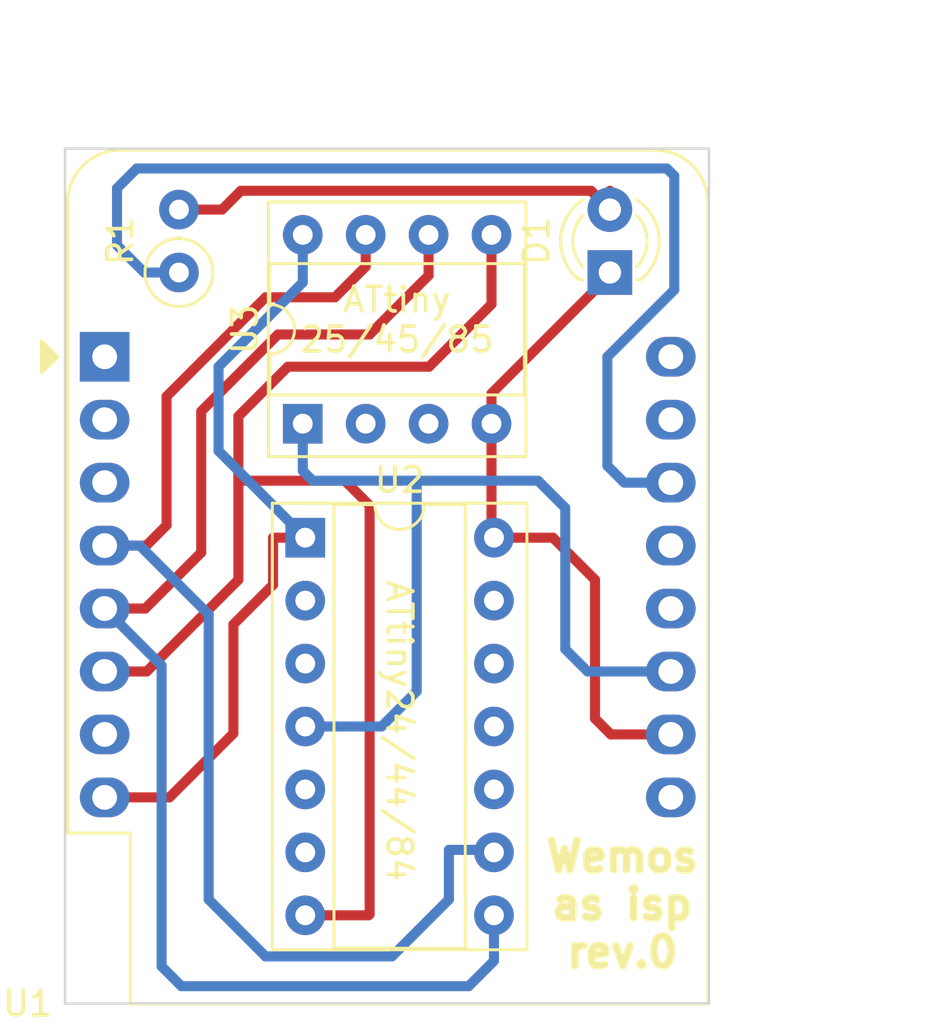
<source format=kicad_pcb>
(kicad_pcb (version 20171130) (host pcbnew "(5.1.9)-1")

  (general
    (thickness 1.6)
    (drawings 9)
    (tracks 91)
    (zones 0)
    (modules 5)
    (nets 9)
  )

  (page A4)
  (layers
    (0 F.Cu signal)
    (31 B.Cu signal)
    (32 B.Adhes user)
    (33 F.Adhes user)
    (34 B.Paste user)
    (35 F.Paste user)
    (36 B.SilkS user)
    (37 F.SilkS user)
    (38 B.Mask user)
    (39 F.Mask user)
    (40 Dwgs.User user)
    (41 Cmts.User user)
    (42 Eco1.User user)
    (43 Eco2.User user)
    (44 Edge.Cuts user)
    (45 Margin user)
    (46 B.CrtYd user)
    (47 F.CrtYd user)
    (48 B.Fab user)
    (49 F.Fab user hide)
  )

  (setup
    (last_trace_width 0.25)
    (user_trace_width 0.4064)
    (user_trace_width 1.27)
    (user_trace_width 1.905)
    (user_trace_width 2.54)
    (trace_clearance 0.2)
    (zone_clearance 0.508)
    (zone_45_only no)
    (trace_min 0.2)
    (via_size 0.8)
    (via_drill 0.4)
    (via_min_size 0.4)
    (via_min_drill 0.3)
    (user_via 2 0.4)
    (user_via 2 1)
    (user_via 5 0.4)
    (user_via 12 6)
    (uvia_size 0.3)
    (uvia_drill 0.1)
    (uvias_allowed no)
    (uvia_min_size 0.2)
    (uvia_min_drill 0.1)
    (edge_width 0.05)
    (segment_width 0.2)
    (pcb_text_width 0.3)
    (pcb_text_size 1.5 1.5)
    (mod_edge_width 0.12)
    (mod_text_size 1 1)
    (mod_text_width 0.15)
    (pad_size 1.524 1.524)
    (pad_drill 0.762)
    (pad_to_mask_clearance 0.05)
    (aux_axis_origin 0 0)
    (grid_origin 117 112)
    (visible_elements 7FFFFFFF)
    (pcbplotparams
      (layerselection 0x010fc_ffffffff)
      (usegerberextensions false)
      (usegerberattributes false)
      (usegerberadvancedattributes false)
      (creategerberjobfile false)
      (excludeedgelayer true)
      (linewidth 0.150000)
      (plotframeref false)
      (viasonmask false)
      (mode 1)
      (useauxorigin false)
      (hpglpennumber 1)
      (hpglpenspeed 20)
      (hpglpendiameter 15.000000)
      (psnegative false)
      (psa4output false)
      (plotreference true)
      (plotvalue true)
      (plotinvisibletext false)
      (padsonsilk false)
      (subtractmaskfromsilk false)
      (outputformat 1)
      (mirror false)
      (drillshape 0)
      (scaleselection 1)
      (outputdirectory "export/Gerber/"))
  )

  (net 0 "")
  (net 1 "Net-(D1-Pad2)")
  (net 2 "Net-(D1-Pad1)")
  (net 3 "Net-(R1-Pad1)")
  (net 4 /reset)
  (net 5 "Net-(U1-Pad8)")
  (net 6 /mosi)
  (net 7 /miso)
  (net 8 /sck)

  (net_class Default "Questo è il gruppo di collegamenti predefinito"
    (clearance 0.2)
    (trace_width 0.25)
    (via_dia 0.8)
    (via_drill 0.4)
    (uvia_dia 0.3)
    (uvia_drill 0.1)
    (add_net /miso)
    (add_net /mosi)
    (add_net /reset)
    (add_net /sck)
    (add_net "Net-(D1-Pad1)")
    (add_net "Net-(D1-Pad2)")
    (add_net "Net-(R1-Pad1)")
    (add_net "Net-(U1-Pad8)")
  )

  (module Package_DIP:DIP-8_W7.62mm_Socket (layer F.Cu) (tedit 5A02E8C5) (tstamp 65ADC1E6)
    (at 141.1 76.6 90)
    (descr "8-lead though-hole mounted DIP package, row spacing 7.62 mm (300 mils), Socket")
    (tags "THT DIP DIL PDIP 2.54mm 7.62mm 300mil Socket")
    (path /65ACF57D)
    (fp_text reference U3 (at 3.81 -2.33 90) (layer F.SilkS)
      (effects (font (size 1 1) (thickness 0.15)))
    )
    (fp_text value ATTINY85-20PU (at 3.81 9.95 90) (layer F.Fab)
      (effects (font (size 1 1) (thickness 0.15)))
    )
    (fp_line (start 1.635 -1.27) (end 6.985 -1.27) (layer F.Fab) (width 0.1))
    (fp_line (start 6.985 -1.27) (end 6.985 8.89) (layer F.Fab) (width 0.1))
    (fp_line (start 6.985 8.89) (end 0.635 8.89) (layer F.Fab) (width 0.1))
    (fp_line (start 0.635 8.89) (end 0.635 -0.27) (layer F.Fab) (width 0.1))
    (fp_line (start 0.635 -0.27) (end 1.635 -1.27) (layer F.Fab) (width 0.1))
    (fp_line (start -1.27 -1.33) (end -1.27 8.95) (layer F.Fab) (width 0.1))
    (fp_line (start -1.27 8.95) (end 8.89 8.95) (layer F.Fab) (width 0.1))
    (fp_line (start 8.89 8.95) (end 8.89 -1.33) (layer F.Fab) (width 0.1))
    (fp_line (start 8.89 -1.33) (end -1.27 -1.33) (layer F.Fab) (width 0.1))
    (fp_line (start 2.81 -1.33) (end 1.16 -1.33) (layer F.SilkS) (width 0.12))
    (fp_line (start 1.16 -1.33) (end 1.16 8.95) (layer F.SilkS) (width 0.12))
    (fp_line (start 1.16 8.95) (end 6.46 8.95) (layer F.SilkS) (width 0.12))
    (fp_line (start 6.46 8.95) (end 6.46 -1.33) (layer F.SilkS) (width 0.12))
    (fp_line (start 6.46 -1.33) (end 4.81 -1.33) (layer F.SilkS) (width 0.12))
    (fp_line (start -1.33 -1.39) (end -1.33 9.01) (layer F.SilkS) (width 0.12))
    (fp_line (start -1.33 9.01) (end 8.95 9.01) (layer F.SilkS) (width 0.12))
    (fp_line (start 8.95 9.01) (end 8.95 -1.39) (layer F.SilkS) (width 0.12))
    (fp_line (start 8.95 -1.39) (end -1.33 -1.39) (layer F.SilkS) (width 0.12))
    (fp_line (start -1.55 -1.6) (end -1.55 9.2) (layer F.CrtYd) (width 0.05))
    (fp_line (start -1.55 9.2) (end 9.15 9.2) (layer F.CrtYd) (width 0.05))
    (fp_line (start 9.15 9.2) (end 9.15 -1.6) (layer F.CrtYd) (width 0.05))
    (fp_line (start 9.15 -1.6) (end -1.55 -1.6) (layer F.CrtYd) (width 0.05))
    (fp_text user %R (at 3.81 3.81 90) (layer F.Fab)
      (effects (font (size 1 1) (thickness 0.15)))
    )
    (fp_arc (start 3.81 -1.33) (end 2.81 -1.33) (angle -180) (layer F.SilkS) (width 0.12))
    (pad 8 thru_hole oval (at 7.62 0 90) (size 1.6 1.6) (drill 0.8) (layers *.Cu *.Mask)
      (net 5 "Net-(U1-Pad8)"))
    (pad 4 thru_hole oval (at 0 7.62 90) (size 1.6 1.6) (drill 0.8) (layers *.Cu *.Mask)
      (net 2 "Net-(D1-Pad1)"))
    (pad 7 thru_hole oval (at 7.62 2.54 90) (size 1.6 1.6) (drill 0.8) (layers *.Cu *.Mask)
      (net 8 /sck))
    (pad 3 thru_hole oval (at 0 5.08 90) (size 1.6 1.6) (drill 0.8) (layers *.Cu *.Mask))
    (pad 6 thru_hole oval (at 7.62 5.08 90) (size 1.6 1.6) (drill 0.8) (layers *.Cu *.Mask)
      (net 7 /miso))
    (pad 2 thru_hole oval (at 0 2.54 90) (size 1.6 1.6) (drill 0.8) (layers *.Cu *.Mask))
    (pad 5 thru_hole oval (at 7.62 7.62 90) (size 1.6 1.6) (drill 0.8) (layers *.Cu *.Mask)
      (net 6 /mosi))
    (pad 1 thru_hole rect (at 0 0 90) (size 1.6 1.6) (drill 0.8) (layers *.Cu *.Mask)
      (net 4 /reset))
    (model ${KISYS3DMOD}/Package_DIP.3dshapes/DIP-8_W7.62mm_Socket.wrl
      (at (xyz 0 0 0))
      (scale (xyz 1 1 1))
      (rotate (xyz 0 0 0))
    )
  )

  (module Package_DIP:DIP-14_W7.62mm_Socket (layer F.Cu) (tedit 5A02E8C5) (tstamp 65ADC1C9)
    (at 141.2 81.2)
    (descr "14-lead though-hole mounted DIP package, row spacing 7.62 mm (300 mils), Socket")
    (tags "THT DIP DIL PDIP 2.54mm 7.62mm 300mil Socket")
    (path /65AD1A51)
    (fp_text reference U2 (at 3.81 -2.33) (layer F.SilkS)
      (effects (font (size 1 1) (thickness 0.15)))
    )
    (fp_text value ATTINY84A-PU (at 3.81 17.57) (layer F.Fab)
      (effects (font (size 1 1) (thickness 0.15)))
    )
    (fp_line (start 1.635 -1.27) (end 6.985 -1.27) (layer F.Fab) (width 0.1))
    (fp_line (start 6.985 -1.27) (end 6.985 16.51) (layer F.Fab) (width 0.1))
    (fp_line (start 6.985 16.51) (end 0.635 16.51) (layer F.Fab) (width 0.1))
    (fp_line (start 0.635 16.51) (end 0.635 -0.27) (layer F.Fab) (width 0.1))
    (fp_line (start 0.635 -0.27) (end 1.635 -1.27) (layer F.Fab) (width 0.1))
    (fp_line (start -1.27 -1.33) (end -1.27 16.57) (layer F.Fab) (width 0.1))
    (fp_line (start -1.27 16.57) (end 8.89 16.57) (layer F.Fab) (width 0.1))
    (fp_line (start 8.89 16.57) (end 8.89 -1.33) (layer F.Fab) (width 0.1))
    (fp_line (start 8.89 -1.33) (end -1.27 -1.33) (layer F.Fab) (width 0.1))
    (fp_line (start 2.81 -1.33) (end 1.16 -1.33) (layer F.SilkS) (width 0.12))
    (fp_line (start 1.16 -1.33) (end 1.16 16.57) (layer F.SilkS) (width 0.12))
    (fp_line (start 1.16 16.57) (end 6.46 16.57) (layer F.SilkS) (width 0.12))
    (fp_line (start 6.46 16.57) (end 6.46 -1.33) (layer F.SilkS) (width 0.12))
    (fp_line (start 6.46 -1.33) (end 4.81 -1.33) (layer F.SilkS) (width 0.12))
    (fp_line (start -1.33 -1.39) (end -1.33 16.63) (layer F.SilkS) (width 0.12))
    (fp_line (start -1.33 16.63) (end 8.95 16.63) (layer F.SilkS) (width 0.12))
    (fp_line (start 8.95 16.63) (end 8.95 -1.39) (layer F.SilkS) (width 0.12))
    (fp_line (start 8.95 -1.39) (end -1.33 -1.39) (layer F.SilkS) (width 0.12))
    (fp_line (start -1.55 -1.6) (end -1.55 16.85) (layer F.CrtYd) (width 0.05))
    (fp_line (start -1.55 16.85) (end 9.15 16.85) (layer F.CrtYd) (width 0.05))
    (fp_line (start 9.15 16.85) (end 9.15 -1.6) (layer F.CrtYd) (width 0.05))
    (fp_line (start 9.15 -1.6) (end -1.55 -1.6) (layer F.CrtYd) (width 0.05))
    (fp_text user %R (at 3.81 7.62) (layer F.Fab)
      (effects (font (size 1 1) (thickness 0.15)))
    )
    (fp_arc (start 3.81 -1.33) (end 2.81 -1.33) (angle -180) (layer F.SilkS) (width 0.12))
    (pad 14 thru_hole oval (at 7.62 0) (size 1.6 1.6) (drill 0.8) (layers *.Cu *.Mask)
      (net 2 "Net-(D1-Pad1)"))
    (pad 7 thru_hole oval (at 0 15.24) (size 1.6 1.6) (drill 0.8) (layers *.Cu *.Mask)
      (net 6 /mosi))
    (pad 13 thru_hole oval (at 7.62 2.54) (size 1.6 1.6) (drill 0.8) (layers *.Cu *.Mask))
    (pad 6 thru_hole oval (at 0 12.7) (size 1.6 1.6) (drill 0.8) (layers *.Cu *.Mask))
    (pad 12 thru_hole oval (at 7.62 5.08) (size 1.6 1.6) (drill 0.8) (layers *.Cu *.Mask))
    (pad 5 thru_hole oval (at 0 10.16) (size 1.6 1.6) (drill 0.8) (layers *.Cu *.Mask))
    (pad 11 thru_hole oval (at 7.62 7.62) (size 1.6 1.6) (drill 0.8) (layers *.Cu *.Mask))
    (pad 4 thru_hole oval (at 0 7.62) (size 1.6 1.6) (drill 0.8) (layers *.Cu *.Mask)
      (net 4 /reset))
    (pad 10 thru_hole oval (at 7.62 10.16) (size 1.6 1.6) (drill 0.8) (layers *.Cu *.Mask))
    (pad 3 thru_hole oval (at 0 5.08) (size 1.6 1.6) (drill 0.8) (layers *.Cu *.Mask))
    (pad 9 thru_hole oval (at 7.62 12.7) (size 1.6 1.6) (drill 0.8) (layers *.Cu *.Mask)
      (net 8 /sck))
    (pad 2 thru_hole oval (at 0 2.54) (size 1.6 1.6) (drill 0.8) (layers *.Cu *.Mask))
    (pad 8 thru_hole oval (at 7.62 15.24) (size 1.6 1.6) (drill 0.8) (layers *.Cu *.Mask)
      (net 7 /miso))
    (pad 1 thru_hole rect (at 0 0) (size 1.6 1.6) (drill 0.8) (layers *.Cu *.Mask)
      (net 5 "Net-(U1-Pad8)"))
    (model ${KISYS3DMOD}/Package_DIP.3dshapes/DIP-14_W7.62mm_Socket.wrl
      (at (xyz 0 0 0))
      (scale (xyz 1 1 1))
      (rotate (xyz 0 0 0))
    )
  )

  (module Resistor_THT:R_Axial_DIN0207_L6.3mm_D2.5mm_P2.54mm_Vertical (layer F.Cu) (tedit 5AE5139B) (tstamp 65ADC11F)
    (at 136.1 70.5 90)
    (descr "Resistor, Axial_DIN0207 series, Axial, Vertical, pin pitch=2.54mm, 0.25W = 1/4W, length*diameter=6.3*2.5mm^2, http://cdn-reichelt.de/documents/datenblatt/B400/1_4W%23YAG.pdf")
    (tags "Resistor Axial_DIN0207 series Axial Vertical pin pitch 2.54mm 0.25W = 1/4W length 6.3mm diameter 2.5mm")
    (path /65AD9A30)
    (fp_text reference R1 (at 1.27 -2.37 90) (layer F.SilkS)
      (effects (font (size 1 1) (thickness 0.15)))
    )
    (fp_text value 330 (at 1.27 2.37 90) (layer F.Fab)
      (effects (font (size 1 1) (thickness 0.15)))
    )
    (fp_circle (center 0 0) (end 1.25 0) (layer F.Fab) (width 0.1))
    (fp_circle (center 0 0) (end 1.37 0) (layer F.SilkS) (width 0.12))
    (fp_line (start 0 0) (end 2.54 0) (layer F.Fab) (width 0.1))
    (fp_line (start 1.37 0) (end 1.44 0) (layer F.SilkS) (width 0.12))
    (fp_line (start -1.5 -1.5) (end -1.5 1.5) (layer F.CrtYd) (width 0.05))
    (fp_line (start -1.5 1.5) (end 3.59 1.5) (layer F.CrtYd) (width 0.05))
    (fp_line (start 3.59 1.5) (end 3.59 -1.5) (layer F.CrtYd) (width 0.05))
    (fp_line (start 3.59 -1.5) (end -1.5 -1.5) (layer F.CrtYd) (width 0.05))
    (fp_text user %R (at 1.27 -2.37 90) (layer F.Fab)
      (effects (font (size 1 1) (thickness 0.15)))
    )
    (pad 2 thru_hole oval (at 2.54 0 90) (size 1.6 1.6) (drill 0.8) (layers *.Cu *.Mask)
      (net 1 "Net-(D1-Pad2)"))
    (pad 1 thru_hole circle (at 0 0 90) (size 1.6 1.6) (drill 0.8) (layers *.Cu *.Mask)
      (net 3 "Net-(R1-Pad1)"))
    (model ${KISYS3DMOD}/Resistor_THT.3dshapes/R_Axial_DIN0207_L6.3mm_D2.5mm_P2.54mm_Vertical.wrl
      (at (xyz 0 0 0))
      (scale (xyz 1 1 1))
      (rotate (xyz 0 0 0))
    )
  )

  (module LED_THT:LED_D3.0mm (layer F.Cu) (tedit 587A3A7B) (tstamp 65ADC110)
    (at 153.5 70.5 90)
    (descr "LED, diameter 3.0mm, 2 pins")
    (tags "LED diameter 3.0mm 2 pins")
    (path /65ADA24B)
    (fp_text reference D1 (at 1.27 -2.96 90) (layer F.SilkS)
      (effects (font (size 1 1) (thickness 0.15)))
    )
    (fp_text value LED (at 1.27 2.96 90) (layer F.Fab)
      (effects (font (size 1 1) (thickness 0.15)))
    )
    (fp_circle (center 1.27 0) (end 2.77 0) (layer F.Fab) (width 0.1))
    (fp_line (start -0.23 -1.16619) (end -0.23 1.16619) (layer F.Fab) (width 0.1))
    (fp_line (start -0.29 -1.236) (end -0.29 -1.08) (layer F.SilkS) (width 0.12))
    (fp_line (start -0.29 1.08) (end -0.29 1.236) (layer F.SilkS) (width 0.12))
    (fp_line (start -1.15 -2.25) (end -1.15 2.25) (layer F.CrtYd) (width 0.05))
    (fp_line (start -1.15 2.25) (end 3.7 2.25) (layer F.CrtYd) (width 0.05))
    (fp_line (start 3.7 2.25) (end 3.7 -2.25) (layer F.CrtYd) (width 0.05))
    (fp_line (start 3.7 -2.25) (end -1.15 -2.25) (layer F.CrtYd) (width 0.05))
    (fp_arc (start 1.27 0) (end 0.229039 1.08) (angle -87.9) (layer F.SilkS) (width 0.12))
    (fp_arc (start 1.27 0) (end 0.229039 -1.08) (angle 87.9) (layer F.SilkS) (width 0.12))
    (fp_arc (start 1.27 0) (end -0.29 1.235516) (angle -108.8) (layer F.SilkS) (width 0.12))
    (fp_arc (start 1.27 0) (end -0.29 -1.235516) (angle 108.8) (layer F.SilkS) (width 0.12))
    (fp_arc (start 1.27 0) (end -0.23 -1.16619) (angle 284.3) (layer F.Fab) (width 0.1))
    (pad 2 thru_hole circle (at 2.54 0 90) (size 1.8 1.8) (drill 0.9) (layers *.Cu *.Mask)
      (net 1 "Net-(D1-Pad2)"))
    (pad 1 thru_hole rect (at 0 0 90) (size 1.8 1.8) (drill 0.9) (layers *.Cu *.Mask)
      (net 2 "Net-(D1-Pad1)"))
    (model ${KISYS3DMOD}/LED_THT.3dshapes/LED_D3.0mm.wrl
      (at (xyz 0 0 0))
      (scale (xyz 1 1 1))
      (rotate (xyz 0 0 0))
    )
  )

  (module Module:WEMOS_D1_mini_light (layer F.Cu) (tedit 5BBFB1CE) (tstamp 65ADCD51)
    (at 133.1 73.9)
    (descr "16-pin module, column spacing 22.86 mm (900 mils), https://wiki.wemos.cc/products:d1:d1_mini, https://c1.staticflickr.com/1/734/31400410271_f278b087db_z.jpg")
    (tags "ESP8266 WiFi microcontroller")
    (path /65466297)
    (fp_text reference U1 (at -3.1 26.1) (layer F.SilkS)
      (effects (font (size 1 1) (thickness 0.15)))
    )
    (fp_text value WeMos_D1_mini (at 11.7 0) (layer F.Fab)
      (effects (font (size 1 1) (thickness 0.15)))
    )
    (fp_line (start 1.04 19.22) (end 1.04 26.12) (layer F.SilkS) (width 0.12))
    (fp_line (start -1.5 19.22) (end 1.04 19.22) (layer F.SilkS) (width 0.12))
    (fp_line (start -0.37 0) (end -1.37 -1) (layer F.Fab) (width 0.1))
    (fp_line (start -1.37 1) (end -0.37 0) (layer F.Fab) (width 0.1))
    (fp_line (start -1.37 -6.21) (end -1.37 -1) (layer F.Fab) (width 0.1))
    (fp_line (start 1.17 19.09) (end 1.17 25.99) (layer F.Fab) (width 0.1))
    (fp_line (start -1.37 19.09) (end 1.17 19.09) (layer F.Fab) (width 0.1))
    (fp_line (start -1.35 -7.4) (end -0.55 -8.2) (layer Dwgs.User) (width 0.1))
    (fp_line (start -1.3 -5.45) (end 1.45 -8.2) (layer Dwgs.User) (width 0.1))
    (fp_line (start -1.35 -3.4) (end 3.45 -8.2) (layer Dwgs.User) (width 0.1))
    (fp_line (start 22.65 -1.4) (end 24.25 -3) (layer Dwgs.User) (width 0.1))
    (fp_line (start 20.65 -1.4) (end 24.25 -5) (layer Dwgs.User) (width 0.1))
    (fp_line (start 18.65 -1.4) (end 24.25 -7) (layer Dwgs.User) (width 0.1))
    (fp_line (start 16.65 -1.4) (end 23.45 -8.2) (layer Dwgs.User) (width 0.1))
    (fp_line (start 14.65 -1.4) (end 21.45 -8.2) (layer Dwgs.User) (width 0.1))
    (fp_line (start 12.65 -1.4) (end 19.45 -8.2) (layer Dwgs.User) (width 0.1))
    (fp_line (start 10.65 -1.4) (end 17.45 -8.2) (layer Dwgs.User) (width 0.1))
    (fp_line (start 8.65 -1.4) (end 15.45 -8.2) (layer Dwgs.User) (width 0.1))
    (fp_line (start 6.65 -1.4) (end 13.45 -8.2) (layer Dwgs.User) (width 0.1))
    (fp_line (start 4.65 -1.4) (end 11.45 -8.2) (layer Dwgs.User) (width 0.1))
    (fp_line (start 2.65 -1.4) (end 9.45 -8.2) (layer Dwgs.User) (width 0.1))
    (fp_line (start 0.65 -1.4) (end 7.45 -8.2) (layer Dwgs.User) (width 0.1))
    (fp_line (start -1.35 -1.4) (end 5.45 -8.2) (layer Dwgs.User) (width 0.1))
    (fp_line (start -1.35 -8.2) (end -1.35 -1.4) (layer Dwgs.User) (width 0.1))
    (fp_line (start 24.25 -8.2) (end -1.35 -8.2) (layer Dwgs.User) (width 0.1))
    (fp_line (start 24.25 -1.4) (end 24.25 -8.2) (layer Dwgs.User) (width 0.1))
    (fp_line (start -1.35 -1.4) (end 24.25 -1.4) (layer Dwgs.User) (width 0.1))
    (fp_poly (pts (xy -2.54 -0.635) (xy -2.54 0.635) (xy -1.905 0)) (layer F.SilkS) (width 0.15))
    (fp_line (start -1.62 26.24) (end -1.62 -8.46) (layer F.CrtYd) (width 0.05))
    (fp_line (start 24.48 26.24) (end -1.62 26.24) (layer F.CrtYd) (width 0.05))
    (fp_line (start 24.48 -8.41) (end 24.48 26.24) (layer F.CrtYd) (width 0.05))
    (fp_line (start -1.62 -8.46) (end 24.48 -8.46) (layer F.CrtYd) (width 0.05))
    (fp_line (start -1.37 1) (end -1.37 19.09) (layer F.Fab) (width 0.1))
    (fp_line (start 22.23 -8.21) (end 0.63 -8.21) (layer F.Fab) (width 0.1))
    (fp_line (start 24.23 25.99) (end 24.23 -6.21) (layer F.Fab) (width 0.1))
    (fp_line (start 1.17 25.99) (end 24.23 25.99) (layer F.Fab) (width 0.1))
    (fp_line (start 22.24 -8.34) (end 0.63 -8.34) (layer F.SilkS) (width 0.12))
    (fp_line (start 24.36 26.12) (end 24.36 -6.21) (layer F.SilkS) (width 0.12))
    (fp_line (start -1.5 19.22) (end -1.5 -6.21) (layer F.SilkS) (width 0.12))
    (fp_line (start 1.04 26.12) (end 24.36 26.12) (layer F.SilkS) (width 0.12))
    (fp_text user "No copper" (at 11.43 -3.81) (layer Cmts.User)
      (effects (font (size 1 1) (thickness 0.15)))
    )
    (fp_text user "KEEP OUT" (at 11.43 -6.35) (layer Cmts.User)
      (effects (font (size 1 1) (thickness 0.15)))
    )
    (fp_arc (start 22.23 -6.21) (end 24.36 -6.21) (angle -90) (layer F.SilkS) (width 0.12))
    (fp_arc (start 0.63 -6.21) (end 0.63 -8.34) (angle -90) (layer F.SilkS) (width 0.12))
    (fp_arc (start 22.23 -6.21) (end 24.23 -6.19) (angle -90) (layer F.Fab) (width 0.1))
    (fp_arc (start 0.63 -6.21) (end 0.63 -8.21) (angle -90) (layer F.Fab) (width 0.1))
    (fp_text user %R (at 11.43 10) (layer F.Fab)
      (effects (font (size 1 1) (thickness 0.15)))
    )
    (pad 16 thru_hole oval (at 22.86 0) (size 2 1.6) (drill 1) (layers *.Cu *.Mask))
    (pad 15 thru_hole oval (at 22.86 2.54) (size 2 1.6) (drill 1) (layers *.Cu *.Mask))
    (pad 14 thru_hole oval (at 22.86 5.08) (size 2 1.6) (drill 1) (layers *.Cu *.Mask)
      (net 3 "Net-(R1-Pad1)"))
    (pad 13 thru_hole oval (at 22.86 7.62) (size 2 1.6) (drill 1) (layers *.Cu *.Mask))
    (pad 12 thru_hole oval (at 22.86 10.16) (size 2 1.6) (drill 1) (layers *.Cu *.Mask))
    (pad 11 thru_hole oval (at 22.86 12.7) (size 2 1.6) (drill 1) (layers *.Cu *.Mask)
      (net 4 /reset))
    (pad 10 thru_hole oval (at 22.86 15.24) (size 2 1.6) (drill 1) (layers *.Cu *.Mask)
      (net 2 "Net-(D1-Pad1)"))
    (pad 9 thru_hole oval (at 22.86 17.78) (size 2 1.6) (drill 1) (layers *.Cu *.Mask))
    (pad 8 thru_hole oval (at 0 17.78) (size 2 1.6) (drill 1) (layers *.Cu *.Mask)
      (net 5 "Net-(U1-Pad8)"))
    (pad 7 thru_hole oval (at 0 15.24) (size 2 1.6) (drill 1) (layers *.Cu *.Mask))
    (pad 6 thru_hole oval (at 0 12.7) (size 2 1.6) (drill 1) (layers *.Cu *.Mask)
      (net 6 /mosi))
    (pad 5 thru_hole oval (at 0 10.16) (size 2 1.6) (drill 1) (layers *.Cu *.Mask)
      (net 7 /miso))
    (pad 4 thru_hole oval (at 0 7.62) (size 2 1.6) (drill 1) (layers *.Cu *.Mask)
      (net 8 /sck))
    (pad 3 thru_hole oval (at 0 5.08) (size 2 1.6) (drill 1) (layers *.Cu *.Mask))
    (pad 1 thru_hole rect (at 0 0) (size 2 2) (drill 1) (layers *.Cu *.Mask))
    (pad 2 thru_hole oval (at 0 2.54) (size 2 1.6) (drill 1) (layers *.Cu *.Mask))
    (model ${KISYS3DMOD}/Module.3dshapes/WEMOS_D1_mini_light.wrl
      (at (xyz 0 0 0))
      (scale (xyz 1 1 1))
      (rotate (xyz 0 0 0))
    )
    (model ${KISYS3DMOD}/Connector_PinHeader_2.54mm.3dshapes/PinHeader_1x08_P2.54mm_Vertical.wrl
      (offset (xyz 0 0 9.5))
      (scale (xyz 1 1 1))
      (rotate (xyz 0 -180 0))
    )
    (model ${KISYS3DMOD}/Connector_PinHeader_2.54mm.3dshapes/PinHeader_1x08_P2.54mm_Vertical.wrl
      (offset (xyz 22.86 0 9.5))
      (scale (xyz 1 1 1))
      (rotate (xyz 0 -180 0))
    )
    (model ${KISYS3DMOD}/Connector_PinSocket_2.54mm.3dshapes/PinSocket_1x08_P2.54mm_Vertical.wrl
      (at (xyz 0 0 0))
      (scale (xyz 1 1 1))
      (rotate (xyz 0 0 0))
    )
    (model ${KISYS3DMOD}/Connector_PinSocket_2.54mm.3dshapes/PinSocket_1x08_P2.54mm_Vertical.wrl
      (offset (xyz 22.86 0 0))
      (scale (xyz 1 1 1))
      (rotate (xyz 0 0 0))
    )
  )

  (gr_text "ATtiny\n25/45/85" (at 144.9 72.4) (layer F.SilkS)
    (effects (font (size 1 1) (thickness 0.15)))
  )
  (gr_text ATtiny24/44/84 (at 145 89 270) (layer F.SilkS)
    (effects (font (size 1 1) (thickness 0.15)))
  )
  (gr_text "Wemos\nas isp\nrev.0" (at 154 96) (layer F.SilkS)
    (effects (font (size 1.2 1.2) (thickness 0.3)))
  )
  (dimension 34.5 (width 0.15) (layer Dwgs.User) (tstamp 65C8EAFD)
    (gr_text "34,500 mm" (at 165.8 82.75 270) (layer Dwgs.User) (tstamp 65C8EAFE)
      (effects (font (size 1 1) (thickness 0.15)))
    )
    (feature1 (pts (xy 157.5 100) (xy 165.086421 100)))
    (feature2 (pts (xy 157.5 65.5) (xy 165.086421 65.5)))
    (crossbar (pts (xy 164.5 65.5) (xy 164.5 100)))
    (arrow1a (pts (xy 164.5 100) (xy 163.913579 98.873496)))
    (arrow1b (pts (xy 164.5 100) (xy 165.086421 98.873496)))
    (arrow2a (pts (xy 164.5 65.5) (xy 163.913579 66.626504)))
    (arrow2b (pts (xy 164.5 65.5) (xy 165.086421 66.626504)))
  )
  (dimension 26 (width 0.15) (layer Dwgs.User)
    (gr_text "26,000 mm" (at 144.5 60.2) (layer Dwgs.User)
      (effects (font (size 1 1) (thickness 0.15)))
    )
    (feature1 (pts (xy 157.5 65.5) (xy 157.5 60.913579)))
    (feature2 (pts (xy 131.5 65.5) (xy 131.5 60.913579)))
    (crossbar (pts (xy 131.5 61.5) (xy 157.5 61.5)))
    (arrow1a (pts (xy 157.5 61.5) (xy 156.373496 62.086421)))
    (arrow1b (pts (xy 157.5 61.5) (xy 156.373496 60.913579)))
    (arrow2a (pts (xy 131.5 61.5) (xy 132.626504 62.086421)))
    (arrow2b (pts (xy 131.5 61.5) (xy 132.626504 60.913579)))
  )
  (gr_line (start 157.5 65.5) (end 157.5 100) (layer Edge.Cuts) (width 0.1))
  (gr_line (start 131.5 65.5) (end 157.5 65.5) (layer Edge.Cuts) (width 0.1))
  (gr_line (start 131.5 100) (end 131.5 65.5) (layer Edge.Cuts) (width 0.1))
  (gr_line (start 157.5 100) (end 131.5 100) (layer Edge.Cuts) (width 0.1))

  (segment (start 153 67.46) (end 153.5 67.96) (width 0.4064) (layer B.Cu) (net 1))
  (segment (start 153.5 67.2) (end 153.5 67.96) (width 0.4064) (layer F.Cu) (net 1))
  (segment (start 153.04 67.5) (end 153.5 67.96) (width 0.4064) (layer F.Cu) (net 1))
  (segment (start 136.1 67.96) (end 137.84 67.96) (width 0.4064) (layer F.Cu) (net 1))
  (segment (start 137.84 67.96) (end 138.6 67.2) (width 0.4064) (layer F.Cu) (net 1))
  (segment (start 152.74 67.2) (end 153.5 67.96) (width 0.4064) (layer F.Cu) (net 1))
  (segment (start 138.6 67.2) (end 152.74 67.2) (width 0.4064) (layer F.Cu) (net 1))
  (segment (start 153.5 70.5) (end 153.5 70.6) (width 0.4064) (layer F.Cu) (net 2))
  (segment (start 148.72 75.38) (end 148.72 76.6) (width 0.4064) (layer F.Cu) (net 2))
  (segment (start 153.5 70.6) (end 148.72 75.38) (width 0.4064) (layer F.Cu) (net 2))
  (segment (start 148.72 81.1) (end 148.82 81.2) (width 0.4064) (layer F.Cu) (net 2))
  (segment (start 148.72 76.6) (end 148.72 81.1) (width 0.4064) (layer F.Cu) (net 2))
  (segment (start 148.82 81.2) (end 151.2 81.2) (width 0.4064) (layer F.Cu) (net 2))
  (segment (start 151.2 81.2) (end 152.9 82.9) (width 0.4064) (layer F.Cu) (net 2))
  (segment (start 152.9 82.9) (end 152.9 88.5) (width 0.4064) (layer F.Cu) (net 2))
  (segment (start 153.54 89.14) (end 155.96 89.14) (width 0.4064) (layer F.Cu) (net 2))
  (segment (start 152.9 88.5) (end 153.54 89.14) (width 0.4064) (layer F.Cu) (net 2))
  (segment (start 136.1 70.5) (end 134.7 70.5) (width 0.4064) (layer B.Cu) (net 3))
  (segment (start 134.7 70.5) (end 133.6 69.4) (width 0.4064) (layer B.Cu) (net 3))
  (segment (start 133.6 67.1) (end 134.4 66.3) (width 0.4064) (layer B.Cu) (net 3))
  (segment (start 133.6 69.4) (end 133.6 67.1) (width 0.4064) (layer B.Cu) (net 3))
  (segment (start 134.4 66.3) (end 155.8 66.3) (width 0.4064) (layer B.Cu) (net 3))
  (segment (start 155.8 66.3) (end 156.1 66.6) (width 0.4064) (layer B.Cu) (net 3))
  (segment (start 156.1 66.6) (end 156.1 71.2) (width 0.4064) (layer B.Cu) (net 3))
  (segment (start 156.1 71.2) (end 153.4 73.9) (width 0.4064) (layer B.Cu) (net 3))
  (segment (start 153.4 73.9) (end 153.4 78.3) (width 0.4064) (layer B.Cu) (net 3))
  (segment (start 154.08 78.98) (end 155.96 78.98) (width 0.4064) (layer B.Cu) (net 3))
  (segment (start 153.4 78.3) (end 154.08 78.98) (width 0.4064) (layer B.Cu) (net 3))
  (segment (start 155.96 86.6) (end 152.6 86.6) (width 0.4064) (layer B.Cu) (net 4))
  (segment (start 152.6 86.6) (end 151.7 85.7) (width 0.4064) (layer B.Cu) (net 4))
  (segment (start 151.7 85.7) (end 151.7 80) (width 0.4064) (layer B.Cu) (net 4))
  (segment (start 151.7 80) (end 150.6 78.9) (width 0.4064) (layer B.Cu) (net 4))
  (segment (start 141.1 78.5) (end 141.1 76.6) (width 0.4064) (layer B.Cu) (net 4))
  (segment (start 141.5 78.9) (end 141.1 78.5) (width 0.4064) (layer B.Cu) (net 4))
  (segment (start 145.7 78.9) (end 145.7 87.4) (width 0.4064) (layer B.Cu) (net 4))
  (segment (start 150.6 78.9) (end 145.7 78.9) (width 0.4064) (layer B.Cu) (net 4))
  (segment (start 145.7 78.9) (end 141.5 78.9) (width 0.4064) (layer B.Cu) (net 4))
  (segment (start 144.28 88.82) (end 141.2 88.82) (width 0.4064) (layer B.Cu) (net 4))
  (segment (start 145.7 87.4) (end 144.28 88.82) (width 0.4064) (layer B.Cu) (net 4))
  (segment (start 133.1 91.68) (end 135.72 91.68) (width 0.4064) (layer F.Cu) (net 5))
  (segment (start 135.72 91.68) (end 138.3 89.1) (width 0.4064) (layer F.Cu) (net 5))
  (segment (start 138.3 89.1) (end 138.3 84.7) (width 0.4064) (layer F.Cu) (net 5))
  (segment (start 138.3 84.7) (end 139.9 83.1) (width 0.4064) (layer F.Cu) (net 5))
  (segment (start 139.9 83.1) (end 139.9 81.2) (width 0.4064) (layer F.Cu) (net 5))
  (segment (start 139.9 81.2) (end 141.2 81.2) (width 0.4064) (layer F.Cu) (net 5))
  (segment (start 141.1 68.98) (end 141.1 70.9) (width 0.4064) (layer B.Cu) (net 5))
  (segment (start 141.1 70.9) (end 137.7 74.3) (width 0.4064) (layer B.Cu) (net 5))
  (segment (start 137.7 77.7) (end 141.2 81.2) (width 0.4064) (layer B.Cu) (net 5))
  (segment (start 137.7 74.3) (end 137.7 77.7) (width 0.4064) (layer B.Cu) (net 5))
  (segment (start 148.72 68.98) (end 148.72 71.78) (width 0.4064) (layer F.Cu) (net 6))
  (segment (start 148.72 71.78) (end 146.2 74.3) (width 0.4064) (layer F.Cu) (net 6))
  (segment (start 146.2 74.3) (end 140.5 74.3) (width 0.4064) (layer F.Cu) (net 6))
  (segment (start 140.5 74.3) (end 138.5 76.3) (width 0.4064) (layer F.Cu) (net 6))
  (segment (start 134.8 86.6) (end 133.1 86.6) (width 0.4064) (layer F.Cu) (net 6))
  (segment (start 138.5 82.9) (end 134.8 86.6) (width 0.4064) (layer F.Cu) (net 6))
  (segment (start 141.2 96.44) (end 143.76 96.44) (width 0.4064) (layer F.Cu) (net 6))
  (segment (start 143.76 96.44) (end 143.8 96.4) (width 0.4064) (layer F.Cu) (net 6))
  (segment (start 143.8 96.4) (end 143.8 79.9) (width 0.4064) (layer F.Cu) (net 6))
  (segment (start 142.8 78.9) (end 138.5 78.9) (width 0.4064) (layer F.Cu) (net 6))
  (segment (start 143.8 79.9) (end 142.8 78.9) (width 0.4064) (layer F.Cu) (net 6))
  (segment (start 138.5 78.9) (end 138.5 82.9) (width 0.4064) (layer F.Cu) (net 6))
  (segment (start 138.5 76.3) (end 138.5 78.9) (width 0.4064) (layer F.Cu) (net 6))
  (segment (start 146.18 68.98) (end 146.18 70.62) (width 0.4064) (layer F.Cu) (net 7))
  (segment (start 146.18 70.62) (end 143.8 73) (width 0.4064) (layer F.Cu) (net 7))
  (segment (start 143.8 73) (end 140.1 73) (width 0.4064) (layer F.Cu) (net 7))
  (segment (start 140.1 73) (end 137 76.1) (width 0.4064) (layer F.Cu) (net 7))
  (segment (start 137 76.1) (end 137 81.8) (width 0.4064) (layer F.Cu) (net 7))
  (segment (start 134.74 84.06) (end 133.1 84.06) (width 0.4064) (layer F.Cu) (net 7))
  (segment (start 137 81.8) (end 134.74 84.06) (width 0.4064) (layer F.Cu) (net 7))
  (segment (start 148.82 98.28) (end 148.82 96.44) (width 0.4064) (layer B.Cu) (net 7))
  (segment (start 147.8 99.3) (end 148.82 98.28) (width 0.4064) (layer B.Cu) (net 7))
  (segment (start 136.2 99.3) (end 147.8 99.3) (width 0.4064) (layer B.Cu) (net 7))
  (segment (start 135.4 98.5) (end 136.2 99.3) (width 0.4064) (layer B.Cu) (net 7))
  (segment (start 135.4 86.36) (end 135.4 98.5) (width 0.4064) (layer B.Cu) (net 7))
  (segment (start 133.1 84.06) (end 135.4 86.36) (width 0.4064) (layer B.Cu) (net 7))
  (segment (start 143.64 68.98) (end 143.64 70.26) (width 0.4064) (layer F.Cu) (net 8))
  (segment (start 143.64 70.26) (end 142.4 71.5) (width 0.4064) (layer F.Cu) (net 8))
  (segment (start 142.4 71.5) (end 139.6 71.5) (width 0.4064) (layer F.Cu) (net 8))
  (segment (start 139.6 71.5) (end 135.6 75.5) (width 0.4064) (layer F.Cu) (net 8))
  (segment (start 135.6 75.5) (end 135.6 80.7) (width 0.4064) (layer F.Cu) (net 8))
  (segment (start 134.78 81.52) (end 133.1 81.52) (width 0.4064) (layer F.Cu) (net 8))
  (segment (start 135.6 80.7) (end 134.78 81.52) (width 0.4064) (layer F.Cu) (net 8))
  (segment (start 133.1 81.52) (end 134.52 81.52) (width 0.4064) (layer B.Cu) (net 8))
  (segment (start 134.52 81.52) (end 137.3 84.3) (width 0.4064) (layer B.Cu) (net 8))
  (segment (start 137.3 84.3) (end 137.3 95.8) (width 0.4064) (layer B.Cu) (net 8))
  (segment (start 137.3 95.8) (end 139.6 98.1) (width 0.4064) (layer B.Cu) (net 8))
  (segment (start 139.6 98.1) (end 144.7 98.1) (width 0.4064) (layer B.Cu) (net 8))
  (segment (start 144.7 98.1) (end 147 95.8) (width 0.4064) (layer B.Cu) (net 8))
  (segment (start 147 95.8) (end 147 93.8) (width 0.4064) (layer B.Cu) (net 8))
  (segment (start 148.72 93.8) (end 148.82 93.9) (width 0.4064) (layer B.Cu) (net 8))
  (segment (start 147 93.8) (end 148.72 93.8) (width 0.4064) (layer B.Cu) (net 8))

)

</source>
